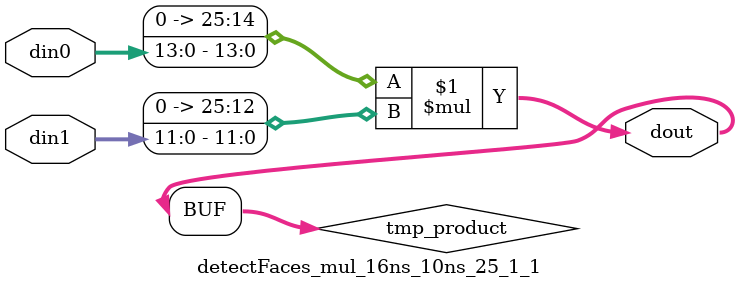
<source format=v>

`timescale 1 ns / 1 ps

  module detectFaces_mul_16ns_10ns_25_1_1(din0, din1, dout);
parameter ID = 1;
parameter NUM_STAGE = 0;
parameter din0_WIDTH = 14;
parameter din1_WIDTH = 12;
parameter dout_WIDTH = 26;

input [din0_WIDTH - 1 : 0] din0; 
input [din1_WIDTH - 1 : 0] din1; 
output [dout_WIDTH - 1 : 0] dout;

wire signed [dout_WIDTH - 1 : 0] tmp_product;










assign tmp_product = $signed({1'b0, din0}) * $signed({1'b0, din1});











assign dout = tmp_product;







endmodule

</source>
